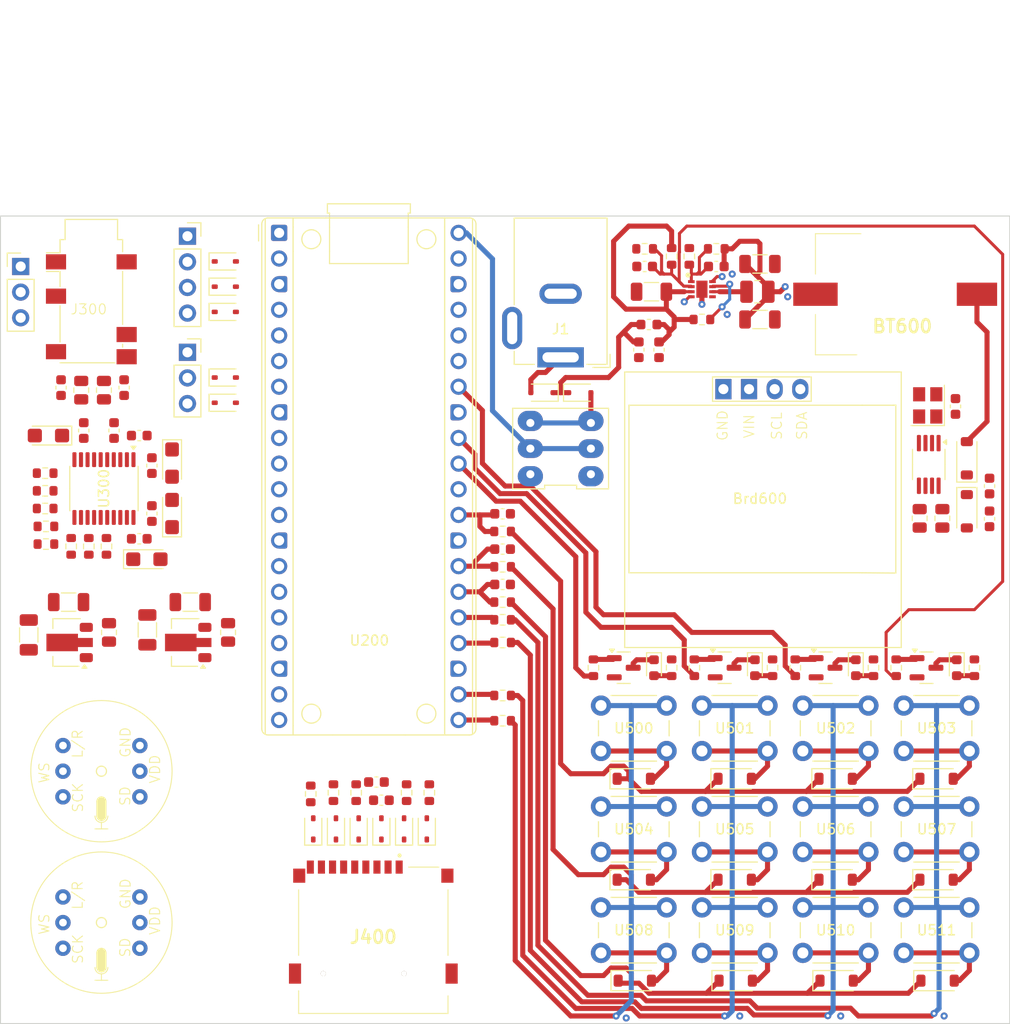
<source format=kicad_pcb>
(kicad_pcb (version 20240108) (generator "pcbnew") (generator_version "8.0")
  (layers (0 "F.Cu" signal) (1 "In1.Cu" power) (2 "In2.Cu" power) (31 "B.Cu" signal) (34 "B.Paste" user) (35 "F.Paste" user) (36 "B.SilkS" user "B.Silkscreen") (37 "F.SilkS" user "F.Silkscreen") (38 "B.Mask" user) (39 "F.Mask" user) (44 "Edge.Cuts" user))
  (net 0 "")
  (net 1 "I2C1_SDA")
  (net 2 "I2S_INMP441_DATA")
  (net 3 "MACRO_PAD_BTN_COL_0")
  (net 4 "GND")
  (net 5 "SPI1_SD_CARD_MISO")
  (net 6 "Net-(U300-CAPM)")
  (net 7 "PCF8563_INT")
  (net 8 "USR_LED_2")
  (net 9 "USR_LED_0")
  (net 10 "Net-(U300-CAPP)")
  (net 11 "Net-(D200-A)")
  (net 12 "SPI1_SD_CARD_CS")
  (net 13 "MACRO_PAD_BTN_ROW_0")
  (net 14 "Net-(D500-K)")
  (net 15 "USR_LED_1")
  (net 16 "MACRO_PAD_BTN_ROW_2")
  (net 17 "I2S_PCM5102_DATA")
  (net 18 "SPI1_SD_CARD_SCK")
  (net 19 "Net-(D500-A)")
  (net 20 "Net-(D501-A)")
  (net 21 "MACRO_PAD_BTN_COL_2")
  (net 22 "UART0_TX")
  (net 23 "MACRO_PAD_BTN_COL_3")
  (net 24 "Net-(D502-A)")
  (net 25 "Net-(D503-A)")
  (net 26 "I2S_INMP441_SCK")
  (net 27 "Net-(D504-K)")
  (net 28 "SPI1_SD_CARD_MOSI")
  (net 29 "UART0_RX")
  (net 30 "I2S_INMP441_SCL")
  (net 31 "SPI1_SD_CARD_CARD_DETECT")
  (net 32 "MACRO_PAD_BTN_ROW_1")
  (net 33 "I2S_PCM5102_SCL")
  (net 34 "Net-(D504-A)")
  (net 35 "MACRO_PAD_BTN_COL_1")
  (net 36 "+RPI_VBUS")
  (net 37 "I2C1_SCL")
  (net 38 "I2S_PCM5102_SCK")
  (net 39 "Net-(D505-A)")
  (net 40 "Net-(D506-A)")
  (net 41 "+3.3V")
  (net 42 "/[6]I2C_Peripherals/VBAT")
  (net 43 "VCC")
  (net 44 "+5V")
  (net 45 "PG_3V3")
  (net 46 "/[1]Power/FB_3V3")
  (net 47 "/[1]Power/+5V_FILT_1")
  (net 48 "+3.3VA_PCM")
  (net 49 "/[3]PCM5102/OUT_R")
  (net 50 "/[3]PCM5102/OUT_L")
  (net 51 "Net-(D507-A)")
  (net 52 "Net-(D508-K)")
  (net 53 "/[3]PCM5102/VNEG")
  (net 54 "/[3]PCM5102/LDO")
  (net 55 "/[6]I2C_Peripherals/OSCI")
  (net 56 "VDC")
  (net 57 "/[1]Power/LED_PWR_K")
  (net 58 "/[1]Power/LED_PWR_A")
  (net 59 "Net-(D508-A)")
  (net 60 "/[6]I2C_Peripherals/PCF_VDD")
  (net 61 "Net-(D509-A)")
  (net 62 "Net-(D510-A)")
  (net 63 "Net-(D511-A)")
  (net 66 "/[3]PCM5102/FLT")
  (net 70 "Net-(Q100-G)")
  (net 71 "Net-(Q500-G)")
  (net 72 "Net-(Q501-G)")
  (net 73 "Net-(Q502-G)")
  (net 74 "Net-(R500-Pad2)")
  (net 75 "Net-(R501-Pad2)")
  (net 76 "/[5]Macro_Pad/USR_LED_0_K")
  (net 77 "/[5]Macro_Pad/USR_LED_0_A")
  (net 78 "/[5]Macro_Pad/USR_LED_1_A")
  (net 79 "/[5]Macro_Pad/USR_LED_1_K")
  (net 80 "/[5]Macro_Pad/USR_LED_2_K")
  (net 81 "/[5]Macro_Pad/USR_LED_2_A")
  (net 82 "Net-(R502-Pad2)")
  (net 83 "Net-(R503-Pad2)")
  (net 88 "/[1]Power/SW_3V3")
  (net 89 "/[1]Power/EN_3V3")
  (net 93 "/[3]PCM5102/OUTR")
  (net 94 "/[3]PCM5102/OUTL")
  (net 95 "/[3]PCM5102/LRCLK")
  (net 96 "/[3]PCM5102/DIN")
  (net 97 "/[3]PCM5102/BCK")
  (net 98 "/[3]PCM5102/SCK")
  (net 100 "/[6]I2C_Peripherals/OSCO")
  (net 102 "/[3]PCM5102/DEMP")
  (net 103 "/[3]PCM5102/XSMT")
  (net 104 "/[3]PCM5102/FMT")
  (net 105 "/[1]Power/+5V_FILT_2")
  (net 106 "+3.3VA_INMP")
  (footprint "Diode_SMD:D_SOD-123" (layer "F.Cu") (at 112.75 115.75)
    (property "Reference" "D504" (hide yes))
    (property "Value" "1N4148" (hide yes))
  )
  (footprint "Package_TO_SOT_SMD:SOT-23" (layer "F.Cu") (at 121.75 94.75)
    (property "Reference" "Q501" (hide yes))
    (property "Value" "T2N7002AK" (hide yes))
  )
  (footprint "Package_TO_SOT_SMD:SOT-23" (layer "F.Cu") (at 111.75 94.75)
    (property "Reference" "Q500" (hide yes))
    (property "Value" "T2N7002AK" (hide yes))
  )
  (footprint "rpi_pico_media_board:SW_DPDT_XLX" (layer "F.Cu") (at 105.5 73.04 90)
    (property "Reference" "SW200" (hide yes))
    (property "Value" "SW_DPDT_XLX" (hide yes))
  )
  (footprint "Resistor_SMD:R_0603_1608Metric" (layer "F.Cu") (at 85.24 107.125 -90)
    (property "Reference" "R402" (hide yes))
    (property "Value" "47kR" (hide yes))
  )
  (footprint "Capacitor_SMD:C_0603_1608Metric" (layer "F.Cu") (at 115.25 63.25 -90)
    (property "Reference" "C101" (hide yes))
    (property "Value" "1uF" (hide yes))
  )
  (footprint "Resistor_SMD:R_0603_1608Metric" (layer "F.Cu") (at 90.24 107.125 -90)
    (property "Reference" "R401" (hide yes))
    (property "Value" "47kR" (hide yes))
  )
  (footprint "Capacitor_SMD:C_0603_1608Metric" (layer "F.Cu") (at 61.25 71.25 90)
    (property "Reference" "C301" (hide yes))
    (property "Value" "2.2uF" (hide yes))
  )
  (footprint "Diode_SMD:D_SOD-323" (layer "F.Cu") (at 72.275 59.5)
    (property "Reference" "D201" (hide yes))
    (property "Value" "PESD3V3L1BA,115" (hide yes))
  )
  (footprint "Diode_SMD:D_SOD-123" (layer "F.Cu") (at 142.75 115.75)
    (property "Reference" "D507" (hide yes))
    (property "Value" "1N4148" (hide yes))
  )
  (footprint "Resistor_SMD:R_0603_1608Metric" (layer "F.Cu") (at 118.25 54 90)
    (property "Reference" "R104" (hide yes))
    (property "Value" "100kR" (hide yes))
  )
  (footprint "Capacitor_SMD:C_0603_1608Metric" (layer "F.Cu") (at 99.75 79.5)
    (property "Reference" "C500" (hide yes))
    (property "Value" "100nF" (hide yes))
  )
  (footprint "Resistor_SMD:R_0603_1608Metric" (layer "F.Cu") (at 120.925 53.25 180)
    (property "Reference" "R103" (hide yes))
    (property "Value" "453kR" (hide yes))
  )
  (footprint "Resistor_SMD:R_0603_1608Metric" (layer "F.Cu") (at 99.75 92.25)
    (property "Reference" "R501" (hide yes))
    (property "Value" "22R" (hide yes))
  )
  (footprint "Diode_SMD:D_SOD-123" (layer "F.Cu") (at 145.75 79.25 -90)
    (property "Reference" "D601" (hide yes))
    (property "Value" "1N4148" (hide yes))
  )
  (footprint "Diode_SMD:D_SOD-323" (layer "F.Cu") (at 83.24 110.715 90)
    (property "Reference" "D401" (hide yes))
    (property "Value" "PESD3V3L1BA,115" (hide yes))
  )
  (footprint "rpi_pico_media_board:SW_PUSH_6mm_H5mm" (layer "F.Cu") (at 139.5 118.5)
    (property "Reference" "U511")
    (property "Value" "SW" (hide yes))
  )
  (footprint "rpi_pico_media_board_power:SON50P200X200X65-9N" (layer "F.Cu") (at 119.5 57.25)
    (property "Reference" "PS100" (hide yes))
    (property "Value" "SY8003ADFC" (hide yes))
  )
  (footprint "rpi_pico_media_board:SW_PUSH_6mm_H5mm" (layer "F.Cu") (at 139.5 98.5)
    (property "Reference" "U503")
    (property "Value" "SW" (hide yes))
  )
  (footprint "Resistor_SMD:R_0603_1608Metric" (layer "F.Cu") (at 138.75 94.75 -90)
    (property "Reference" "R108" (hide yes))
    (property "Value" "12kR" (hide yes))
  )
  (footprint "rpi_pico_media_board:SW_PUSH_6mm_H5mm" (layer "F.Cu") (at 119.5 118.5)
    (property "Reference" "U509")
    (property "Value" "SW" (hide yes))
  )
  (footprint "Resistor_SMD:R_0603_1608Metric" (layer "F.Cu") (at 146.5 94.75 90)
    (property "Reference" "R107" (hide yes))
    (property "Value" "510R" (hide yes))
  )
  (footprint "rpi_pico_media_board:inmp441" (layer "F.Cu") (at 60 120 90)
    (property "Reference" "U203" (hide yes))
    (property "Value" "mems-mic" (hide yes))
  )
  (footprint "Capacitor_SMD:C_1206_3216Metric" (layer "F.Cu") (at 68.8 88.25 180)
    (property "Reference" "C108" (hide yes))
    (property "Value" "22uF" (hide yes))
  )
  (footprint "Diode_SMD:D_SOD-323" (layer "F.Cu") (at 92.24 110.715 90)
    (property "Reference" "D404" (hide yes))
    (property "Value" "PESD3V3L1BA,115" (hide yes))
  )
  (footprint "Connector_PinHeader_2.54mm:PinHeader_1x03_P2.54mm_Vertical" (layer "F.Cu") (at 52 55)
    (property "Reference" "J301" (hide yes))
    (property "Value" "Conn_01x03_Pin" (hide yes))
  )
  (footprint "Capacitor_SMD:C_0603_1608Metric" (layer "F.Cu") (at 120.925 55 180)
    (property "Reference" "C104" (hide yes))
    (property "Value" "22pF" (hide yes))
  )
  (footprint "Resistor_SMD:R_0603_1608Metric" (layer "F.Cu") (at 126.5 94.75 90)
    (property "Reference" "R509" (hide yes))
    (property "Value" "510R" (hide yes))
  )
  (footprint "Capacitor_SMD:C_1206_3216Metric" (layer "F.Cu") (at 125.25 54.75)
    (property "Reference" "C106" (hide yes))
    (property "Value" "22uF" (hide yes))
  )
  (footprint "rpi_pico_media_board:SW_PUSH_6mm_H5mm" (layer "F.Cu") (at 139.5 108.5)
    (property "Reference" "U507")
    (property "Value" "SW" (hide yes))
  )
  (footprint "Resistor_SMD:R_0805_2012Metric" (layer "F.Cu") (at 60.75 91.25 90)
    (property "Reference" "R106" (hide yes))
    (property "Value" "10R" (hide yes))
  )
  (footprint "rpi_pico_media_board:128x64OLED" (layer "F.Cu") (at 125.25 77.75)
    (property "Reference" "Brd600")
    (property "Value" "SSD1306")
  )
  (footprint "Capacitor_SMD:C_0603_1608Metric" (layer "F.Cu") (at 63.75 81.975)
    (property "Reference" "C302" (hide yes))
    (property "Value" "100nF" (hide yes))
  )
  (footprint "Resistor_SMD:R_0603_1608Metric" (layer "F.Cu") (at 116.5 94.75 90)
    (property "Reference" "R507" (hide yes))
    (property "Value" "510R" (hide yes))
  )
  (footprint "Diode_SMD:D_SOD-123" (layer "F.Cu") (at 122.85 125.75)
    (property "Reference" "D509" (hide yes))
    (property "Value" "1N4148" (hide yes))
  )
  (footprint "Resistor_SMD:R_0603_1608Metric" (layer "F.Cu") (at 99.75 97.5)
    (property "Reference" "R502" (hide yes))
    (property "Value" "22R" (hide yes))
  )
  (footprint "Diode_SMD:D_SOD-123" (layer "F.Cu") (at 142.75 105.75)
    (property "Reference" "D503" (hide yes))
    (property "Value" "1N4148" (hide yes))
  )
  (footprint "Resistor_SMD:R_0805_2012Metric" (layer "F.Cu") (at 58 67.25 90)
    (property "Reference" "R308" (hide yes))
    (property "Value" "470R" (hide yes))
  )
  (footprint "Package_SO:MSOP-8_3x3mm_P0.65mm" (layer "F.Cu") (at 141.975 74.6125 -90)
    (property "Reference" "U600" (hide yes))
    (property "Value" "PCF8563TS" (hide yes))
  )
  (footprint "Resistor_SMD:R_0603_1608Metric" (layer "F.Cu") (at 99.75 84.75)
    (property "Reference" "R505" (hide yes))
    (property "Value" "0R" (hide yes))
  )
  (footprint "Capacitor_SMD:C_0603_1608Metric" (layer "F.Cu") (at 65 79.475 90)
    (property "Reference" "C306" (hide yes))
    (property "Value" "100nF" (hide yes))
  )
  (footprint "Diode_SMD:D_SOD-323" (layer "F.Cu") (at 80.99 110.715 90)
    (property "Reference" "D405" (hide yes))
    (property "Value" "PESD3V3L1BA,115" (hide yes))
  )
  (footprint "Inductor_SMD:L_0603_1608Metric" (layer "F.Cu") (at 114.25 60.75)
    (property "Reference" "L100" (hide yes))
    (property "Value" "10nH" (hide yes))
  )
  (footprint "Capacitor_SMD:C_0603_1608Metric" (layer "F.Cu") (at 58.25 71.25 90)
    (property "Reference" "C308" (hide yes))
    (property "Value" "100nF" (hide yes))
  )
  (footprint "Resistor_SMD:R_0805_2012Metric" (layer "F.Cu") (at 143.325 79.95 90)
    (property "Reference" "R601" (hide yes))
    (property "Value" "5k1R" (hide yes))
  )
  (footprint "Capacitor_SMD:C_0603_1608Metric" (layer "F.Cu") (at 63.75 71.75 180)
    (property "Reference" "C300" (hide yes))
    (property "Value" "2.2uF" (hide yes))
  )
  (footprint "Resistor_SMD:R_0603_1608Metric" (layer "F.Cu") (at 119.5 60.25)
    (property "Reference" "R101" (hide yes))
    (property "Value" "12kR" (hide yes))
  )
  (footprint "rpi_pico_media_board:SW_PUSH_6mm_H5mm" (layer "F.Cu") (at 119.5 98.5)
    (property "Reference" "U501")
    (property "Value" "SW" (hide yes))
  )
  (footprint "Capacitor_SMD:C_0603_1608Metric" (layer "F.Cu") (at 148 76.75 90)
    (property "Reference" "C600" (hide yes))
    (property "Value" "10uF" (hide yes))
  )
  (footprint "Package_TO_SOT_SMD:SOT-23" (layer "F.Cu") (at 141.75 94.75)
    (property "Reference" "Q100" (hide yes))
    (property "Value" "T2N7002AK" (hide yes))
  )
  (footprint "Connector_PinSocket_2.54mm:PinSocket_1x04_P2.54mm_Vertical" (layer "F.Cu") (at 68.525 52)
    (property "Reference" "J200" (hide yes))
    (property "Value" "Conn_01x04_Pin" (hide yes))
  )
  (footprint "LED_SMD:LED_0603_1608Metric" (layer "F.Cu") (at 124.75 94.75 -90)
    (property "Reference" "D513" (hide yes))
    (property "Value" "LED" (hide yes))
  )
  (footprint "Capacitor_Tantalum_SMD:CP_EIA-3216-18_Kemet-A" (layer "F.Cu") (at 54.75 71.75 180)
    (property "Reference" "C309" (hide yes))
    (property "Value" "T,10uF" (hide yes))
  )
  (footprint "Resistor_SMD:R_0805_2012Metric" (layer "F.Cu") (at 141.075 79.95 90)
    (property "Reference" "R600" (hide yes))
    (property "Value" "5k1R" (hide yes))
  )
  (footprint "rpi_pico_media_board:SW_PUSH_6mm_H5mm" (layer "F.Cu") (at 129.5 98.5)
    (property "Reference" "U502")
    (property "Value" "SW" (hide yes))
  )
  (footprint "rpi_pico_media_board:SW_PUSH_6mm_H5mm" (layer "F.Cu") (at 109.5 108.5)
    (property "Reference" "U504")
    (property "Value" "SW" (hide yes))
  )
  (footprint "Capacitor_SMD:C_0603_1608Metric" (layer "F.Cu") (at 65 74.725 -90)
    (property "Reference" "C304" (hide yes))
    (property "Value" "100nF" (hide yes))
  )
  (footprint "Diode_SMD:D_SOD-123" (layer "F.Cu") (at 132.85 125.75)
    (property "Reference" "D510" (hide yes))
    (property "Value" "1N4148" (hide yes))
  )
  (footprint "Diode_SMD:D_SOD-323" (layer "F.Cu") (at 85.49 110.715 90)
    (property "Reference" "D403" (hide yes))
    (property "Value" "PESD3V3L1BA,115" (hide yes))
  )
  (footprint "Resistor_SMD:R_0603_1608Metric" (layer "F.Cu") (at 54.5 82.5)
    (property "Reference" "R307" (hide yes))
    (property "Value" "22R" (hide yes))
  )
  (footprint "Diode_SMD:D_SOD-123" (layer "F.Cu") (at 132.75 115.75)
    (property "Reference" "D506" (hide yes))
    (property "Value" "1N4148" (hide yes))
  )
  (footprint "Capacitor_SMD:C_0603_1608Metric" (layer "F.Cu") (at 99.75 86.5)
    (property "Reference" "C502" (hide yes))
    (property "Value" "100nF" (hide yes))
  )
  (footprint "Crystal:Crystal_SMD_3225-4Pin_3.2x2.5mm" (layer "F.Cu") (at 141.875 68.7625 90)
    (property "Reference" "Y600" (hide yes))
    (property "Value" "32768Hz" (hide yes))
  )
  (footprint "Resistor_SMD:R_0603_1608Metric" (layer "F.Cu") (at 54.425 77.225)
    (property "Reference" "R303" (hide yes))
    (property "Value" "22R" (hide yes))
  )
  (footprint "Capacitor_SMD:C_1206_3216Metric" (layer "F.Cu") (at 114.5 57.5 180)
    (property "Reference" "C102" (hide yes))
    (property "Value" "22uF" (hide yes))
  )
  (footprint "Diode_SMD:D_SOD-123" (layer "F.Cu") (at 122.75 115.75)
    (property "Reference" "D505" (hide yes))
    (property "Value" "1N4148" (hide yes))
  )
  (footprint "Diode_SMD:D_SOD-323" (layer "F.Cu") (at 72.275 57)
    (property "Reference" "D202" (hide yes))
    (property "Value" "PESD3V3L1BA,115" (hide yes))
  )
  (footprint "Diode_SMD:D_SOD-123" (layer "F.Cu") (at 112.75 105.75)
    (property "Reference" "D500" (hide yes))
    (property "Value" "1N4148" (hide yes))
  )
  (footprint "Diode_SMD:D_SOD-323" (layer "F.Cu") (at 72.275 66)
    (property "Reference" "D206" (hide yes))
    (property "Value" "PESD3V3L1BA,115" (hide yes))
  )
  (footprint "Resistor_SMD:R_0603_1608Metric" (layer "F.Cu") (at 108.75 94.75 -90)
    (property "Reference" "R508" (hide yes))
    (property "Value" "12kR" (hide yes))
  )
  (footprint "Capacitor_SMD:C_1206_3216Metric" (layer "F.Cu") (at 125.25 60.25)
    (property "Reference" "C105" (hide yes))
    (property "Value" "22uF" (hide yes))
  )
  (footprint "Capacitor_SMD:C_0603_1608Metric" (layer "F.Cu") (at 144.625 68.8625 90)
    (property "Reference" "C602" (hide yes))
    (property "Value" "15pF" (hide yes))
  )
  (footprint "Module_RaspberryPi_Pico:RaspberryPi_Pico_Common_THT" (layer "F.Cu") (at 86.5 75.8)
    (property "Reference" "U200")
    (property "Value" "RaspberryPi_Pico")
  )
  (footprint "Capacitor_SMD:C_0603_1608Metric" (layer "F.Cu") (at 56 67 -90)
    (property "Reference" "C311" (hide yes))
    (property "Value" "2.2nF" (hide yes))
  )
  (footprint "Resistor_SMD:R_0603_1608Metric" (layer "F.Cu") (at 118.75 94.75 -90)
    (property "Reference" "R510" (hide yes))
    (property "Value" "12kR" (hide yes))
  )
  (footprint "Resistor_SMD:R_0603_1608Metric" (layer "F.Cu") (at 54.5 80.75)
    (property "Reference" "R306" (hide yes))
    (property "Value" "22R" (hide yes))
  )
  (footprint "Diode_SMD:D_SOD-123" (layer "F.Cu") (at 145.75 74 90)
    (property "Reference" "D600" (hide yes))
    (property "Value" "1N4148" (hide yes))
  )
  (footprint "Resistor_SMD:R_0603_1608Metric" (layer "F.Cu") (at 58.75 82.725 90)
    (property "Reference" "R301" (hide yes))
    (property "Value" "22R" (hide yes))
  )
  (footprint "rpi_pico_media_board:CR12202" (layer "F.Cu") (at 138.75 57.75 180)
    (property "Reference" "BT600")
    (property "Value" "Battery_Cell" (hide yes))
  )
  (footprint "Diode_SMD:D_SOD-323" (layer "F.Cu") (at 72.275 54.5)
    (property "Reference" "D203" (hide yes))
    (property "Value" "PESD3V3L1BA,115" (hide yes))
  )
  (footprint "rpi_pico_media_board:SW_PUSH_6mm_H5mm" (layer "F.Cu") (at 109.5 118.5)
    (property "Reference" "U508")
    (property "Value" "SW" (hide yes))
  )
  (footprint "Capacitor_SMD:C_0603_1608Metric" (layer "F.Cu") (at 113.25 63.25 -90)
    (property "Reference" "C100" (hide yes))
    (property "Value" "1uF" (hide yes))
  )
  (footprint "Capacitor_SMD:C_0603_1608Metric" (layer "F.Cu") (at 148 80 -90)
    (property "Reference" "C601" (hide yes))
    (property "Value" "100nF" (hide yes))
  )
  (footprint "Resistor_SMD:R_0603_1608Metric" (layer "F.Cu") (at 80.74 107.25 -90)
    (property "Reference" "R404" (hide yes))
    (property "Value" "47kR" (hide yes))
  )
  (footprint "LED_SMD:LED_0603_1608Metric" (layer "F.Cu") (at 144.75 94.75 -90)
    (property "Reference" "D101" (hide yes))
    (property "Value" "LED" (hide yes))
  )
  (footprint "Diode_SMD:D_SOD-323F" (layer "F.Cu") (at 103.65 67.5 180)
    (property "Reference" "D100" (hide yes))
    (property "Value" "PMEG1030EJ,115" (hide yes))
  )
  (footprint "Connector_BarrelJack:BarrelJack_GCT_DCJ200-10-A_Horizontal" (layer "F.Cu") (at 105.5 64 180)
    (property "Reference" "J1")
    (property "Value" "Barrel_Jack_Switch_Pin3Ring" (hide yes))
  )
  (footprint "rpi_pico_media_board:TF01A" (layer "F.Cu") (at 86.94 121.75)
    (property "Reference" "J400")
    (property "Value" "TF-01A" (hide yes))
  )
  (footprint "Resistor_SMD:R_0603_1608Metric" (layer "F.Cu") (at 99.75 90)
    (property "Reference" "R500" (hide yes))
    (property "Value" "22R" (hide yes))
  )
  (footprint "Capacitor_SMD:C_1206_3216Metric" (layer "F.Cu") (at 56.75 88.25 180)
    (property "Reference" "C110" (hide yes))
    (property "Value" "22uF" (hide yes))
  )
  (footprint "Capacitor_SMD:C_1206_3216Metric" (layer "F.Cu") (at 64.55 91 90)
    (property "Reference" "C107" (hide yes))
    (property "Value" "22uF" (hide yes))
  )
  (footprint "Resistor_SMD:R_0805_2012Metric" (layer "F.Cu") (at 72.55 91.25 90)
    (property "Reference" "R105" (hide yes))
    (property "Value" "10R" (hide yes))
  )
  (footprint "Diode_SMD:D_SOD-123" (layer "F.Cu") (at 122.75 105.75)
    (property "Reference" "D501" (hide yes))
    (property "Value" "1N4148" (hide yes))
  )
  (footprint "rpi_pico_media_board:SW_PUSH_6mm_H5mm" (layer "F.Cu") (at 129.5 108.5)
    (property "Reference" "U506")
    (property "Value" "SW" (hide yes))
  )
  (footprint "Resistor_SMD:R_0603_1608Metric" (layer "F.Cu") (at 54.425 78.975)
    (property "Reference" "R304" (hide yes))
    (property "Value" "22R" (hide yes))
  )
  (footprint "Capacitor_Tantalum_SMD:CP_EIA-3216-18_Kemet-A" (layer "F.Cu") (at 67 74.475 -90)
    (property "Reference" "C305" (hide yes))
    (property "Value" "T,10uF" (hide yes))
  )
  (footprint "LED_SMD:LED_0603_1608Metric" (layer "F.Cu") (at 114.75 94.75 -90)
    (property "Reference" "D512" (hide yes))
    (property "Value" "LED" (hide yes))
  )
  (footprint "Resistor_SMD:R_0603_1608Metric" (layer "F.Cu") (at 99.75 81.25)
    (property "Reference" "R504" (hide yes))
    (property "Value" "0R" (hide yes))
  )
  (footprint "Capacitor_SMD:C_0603_1608Metric" (layer "F.Cu") (at 62.25 67 -90)
    (property "Reference" "C310" (hide yes))
    (property "Value" "2.2nF" (hide yes))
  )
  (footprint "Resistor_SMD:R_0805_2012Metric" (layer "F.Cu") (at 60.25 67.25 90)
    (property "Reference" "R309" (hide yes))
    (property "Value" "470R" (hide yes))
  )
  (footprint "rpi_pico_media_board:SW_PUSH_6mm_H5mm" (layer "F.Cu") (at 109.5 98.5)
    (property "Reference" "U500")
    (property "Value" "SW" (hide yes))
  )
  (footprint "Resistor_SMD:R_0603_1608Metric" (layer "F.Cu") (at 99.75 88.25)
    (property "Reference" "R506" (hide yes))
    (property "Value" "0R" (hide yes))
  )
  (footprint "Resistor_SMD:R_0603_1608Metric" (layer "F.Cu") (at 128.75 94.75 -90)
    (property "Reference" "R512" (hide yes))
    (property "Value" "12kR" (hide yes))
  )
  (footprint "Capacitor_SMD:C_0603_1608Metric" (layer "F.Cu") (at 87.74 107.875)
    (property "Reference" "C401" (hide yes))
    (property "Value" "100nF" (hide yes))
  )
  (footprint "Diode_SMD:D_SOD-323" (layer "F.Cu") (at 89.99 110.715 90)
    (property "Reference" "D402" (hide yes))
    (property "Value" "PESD3V3L1BA,115" (hide yes))
  )
  (footprint "Resistor_SMD:R_0603_1608Metric" (layer "F.Cu") (at 113.825 53.25 180)
    (property "Reference" "R102" (hide yes))
    (property "Value" "100kR" (hide yes))
  )
  (footprint "Package_TO_SOT_SMD:SOT-89-3" (layer "F.Cu") (at 68.3 92.25 180)
    (property "Reference" "U100" (hide yes))
    (property "Value" "HT7533-1" (hide yes))
  )
  (footprint "Diode_SMD:D_SOD-123" (layer "F.Cu") (at 142.85 125.75)
    (property "Reference" "D511" (hide yes))
    (property "Value" "1N4148" (hide yes))
  )
  (footprint "Resistor_SMD:R_0603_1608Metric" (layer "F.Cu") (at 92.49 107.125 -90)
    (property "Reference" "R403" (hide yes))
    (property "Value" "47kR" (hide yes))
  )
  (footprint "Diode_SMD:D_SOD-323F" (layer "F.Cu") (at 107.4 67.5)
    (property "Reference" "D200" (hide yes))
    (property "Value" "PMEG1030EJ,115" (hide yes))
  )
  (footprint "Resistor_SMD:R_0603_1608Metric" (layer "F.Cu") (at 82.99 107.125 -90)
    (property "Reference" "R400" (hide yes))
    (property "Value" "47kR" (hide yes))
  )
  (footprint "rpi_pico_media_board:AudioJack_3.5mm_PJ311" (layer "F.Cu") (at 59 54.25)
    (property "Reference" "J300")
    (property "Value" "AudioJack3_Ground_SwitchTR" (hide yes))
  )
  (footprint "Diode_SMD:D_SOD-123" (layer "F.Cu") (at 112.85 125.75)
    (property "Reference" "D508" (hide yes))
    (property "Value" "1N4148" (hide yes))
  )
  (footprint "Capacitor_SMD:C_0603_1608Metric" (layer "F.Cu") (at 99.75 83)
    (property "Reference" "C501" (hide yes))
    (property "Value" "100nF" (hide yes))
  )
  (footprint "Capacitor_SMD:C_1206_3216Metric" (layer "F.Cu") (at 52.8 91.5 90)
    (property "Reference" "C109" (hide yes))
    (property "Value" "22uF" (hide yes))
  )
  (footprint "LED_SMD:LED_0603_1608Metric" (layer "F.Cu") (at 134.75 94.75 -90)
    (property "Reference" "D514" (hide yes))
    (property "Value" "LED" (hide yes))
  )
  (footprint "Diode_SMD:D_SOD-323" (layer "F.Cu") (at 72.275 68.5)
    (property "Reference" "D205" (hide yes))
    (property "Value" "PESD3V3L1BA,115" (hide yes))
  )
  (footprint "rpi_pico_media_board:inmp441" (layer "F.Cu") (at 60 105 90)
    (property "Reference" "U202" (hide yes))
    (property "Value" "mems-mic" (hide yes))
  )
  (footprint "Capacitor_Tantalum_SMD:CP_EIA-3216-18_Kemet-A" (layer "F.Cu") (at 67 79.475 90)
    (property "Reference" "C307" (hide yes))
    (property "Value" "T,10uF" (hide yes))
  )
  (footprint "Diode_SMD:D_SOD-123" (layer "F.Cu") (at 132.75 105.75)
    (property "Reference" "D502" (hide yes))
    (property "Value" "1N4148" (hide yes))
  )
  (footprint "Resistor_SMD:R_0603_1608Metric" (layer "F.Cu") (at 136.5 94.75 90)
    (property "Reference" "R511" (hide yes))
    (property "Value" "510R" (hide yes))
  )
  (footprint "Resistor_SMD:R_0603_1608Metric" (layer "F.Cu") (at 54.425 75.475)
    (property "Reference" "R305" (hide yes))
    (property "Value" "22R" (hide yes))
  )
  (footprint "Capacitor_SMD:C_0603_1608Metric" (layer "F.Cu") (at 87.25 106.075)
    (property "Reference" "C400" (hide yes))
    (property "Value" "10uF" (hide yes))
  )
  (footprint "Inductor_SMD:L_1008_2520Metric" (layer "F.Cu") (at 125 57.5)
    (property "Reference" "L101" (hide yes))
    (property "Value" "2u2H" (hide yes))
  )
  (footprint "rpi_pico_media_board:SW_PUSH_6mm_H5mm" (layer "F.Cu") (at 129.5 118.5)
    (property "Reference" "U510")
    (property "Value" "SW" (hide yes))
  )
  (footprint "rpi_pico_media_board:SW_PUSH_6mm_H5mm" (layer "F.Cu") (at 119.5 108.5)
    (property "Reference" "U505")
    (property "Value" "SW" (hide yes))
  )
  (footprint "Resistor_SMD:R_0603_1608Metric" (layer "F.Cu") (at 116.5 54 90)
    (property "Reference" "R100" (hide yes))
    (property "Value" "12kR" (hide yes))
  )
  (footprint "Resistor_SMD:R_0603_1608Metric" (layer "F.Cu") (at 60.5 82.725 90)
    (property "Reference" "R300" (hide yes))
    (property "Value" "22R" (hide yes))
  )
  (footprint "Capacitor_SMD:C_0603_1608Metric" (layer "F.Cu") (at 113.825 55 180)
    (property "Reference" "C103" (hide yes))
    (property "Value" "4u7F" (hide yes))
  )
  (footprint "Resistor_SMD:R_0603_1608Metric" (layer "F.Cu") (at 99.75 100)
    (property "Reference" "R503" (hide yes))
    (property "Value" "22R" (hide yes))
  )
  (footprint "Package_TO_SOT_SMD:SOT-89-3" (layer "F.Cu") (at 56.55 92.25 180)
    (property "Reference" "U101" (hide yes))
    (property "Value" "HT7533-1" (hide yes))
  )
  (footprint "Capacitor_Tantalum_SMD:CP_EIA-3216-18_Kemet-A" (layer "F.Cu") (at 64.5 84)
    (property "Reference" "C303" (hide yes))
    (property "Value" "T,10uF" (hide yes))
  )
  (footprint "Resistor_SMD:R_0603_1608Metric" (layer "F.Cu") (at 57 82.725 90)
    (property "Reference" "R302" (hide yes))
    (property "Value" "22R" (hide yes))
  )
  (footprint "Package_SO:TSSOP-20_4.4x6.5mm_P0.65mm" (layer "F.Cu") (at 60.25 77 -90)
    (property "Reference" "U300")
    (property "Value" "PCM5102A" (hide yes))
  )
  (footprint "Connector_PinSocket_2.54mm:PinSocket_1x03_P2.54mm_Vertical" (layer "F.Cu") (at 68.525 63.5)
    (property "Reference" "J201" (hide yes))
    (property "Value" "Conn_01x03" (hide yes))
  )
  (footprint "Diode_SMD:D_SOD-323" (layer "F.Cu") (at 87.74 110.715 90)
    (property "Reference" "D400" (hide yes))
    (property "Value" "PESD3V3L1BA,115" (hide yes))
  )
  (footprint "Package_TO_SOT_SMD:SOT-23" (layer "F.Cu") (at 131.75 94.75)
    (property "Reference" "Q502" (hide yes))
    (property "Value" "T2N7002AK" (hide yes))
  )
  (gr_rect (start 50 50) (end 150 130) (stroke (width 0.1)) (fill none) (layer "Edge.Cuts"))
  (segment (start 95.39 99.93) (end 98.855 99.93) (width 0.5) (layer "F.Cu") (net 3))
  (segment (start 98.855 99.93) (end 98.925 100) (width 0.5) (layer "F.Cu") (net 3))
  (segment (start 121 56) (end 121.5 56) (width 0.3) (layer "F.Cu") (net 4))
  (segment (start 118.45 58) (end 118.25 58) (width 0.3) (layer "F.Cu") (net 4))
  (segment (start 120.55 56.45) (end 121 56) (width 0.3) (layer "F.Cu") (net 4))
  (segment (start 118.25 58) (end 117.75 58.5) (width 0.3) (layer "F.Cu") (net 4))
  (segment (start 120.55 56.5) (end 120.55 56.45) (width 0.3) (layer "F.Cu") (net 4))
  (segment (start 119.5 57.25) (end 119.5 58.75) (width 0.5) (layer "F.Cu") (net 4))
  (via (at 128 58) (size 0.7) (drill 0.3) (layers "F.Cu" "B.Cu") (net 4))
  (via (at 121.5 56) (size 0.7) (drill 0.3) (layers "F.Cu" "B.Cu") (net 4))
  (via (at 143.5 129.25) (size 0.7) (drill 0.3) (layers "F.Cu" "B.Cu") (net 4))
  (via (at 123.25 129.25) (size 0.7) (drill 0.3) (layers "F.Cu" "B.Cu") (net 4))
  (via (at 122 59.75) (size 0.7) (drill 0.3) (layers "F.Cu" "B.Cu") (net 4))
  (via (at 122.5 55.75) (size 0.7) (drill 0.3) (layers "F.Cu" "B.Cu") (net 4))
  (via (at 133.25 129.25) (size 0.7) (drill 0.3) (layers "F.Cu" "B.Cu") (net 4))
  (via (at 112 129.45) (size 0.7) (drill 0.3) (layers "F.Cu" "B.Cu") (net 4))
  (via (at 119.5 58.75) (size 0.7) (drill 0.3) (layers "F.Cu" "B.Cu") (net 4))
  (via (at 117.75 58.5) (size 0.7) (drill 0.3) (layers "F.Cu" "B.Cu") (net 4))
  (segment (start 127.75 92.5) (end 127.75 94.575) (width 0.5) (layer "F.Cu") (net 8))
  (segment (start 102.5 76.75) (end 109 83.25) (width 0.5) (layer "F.Cu") (net 8))
  (segment (start 100 76.75) (end 102.5 76.75) (width 0.5) (layer "F.Cu") (net 8))
  (segment (start 95.39 66.91) (end 97.75 69.27) (width 0.5) (layer "F.Cu") (net 8))
  (segment (start 109.75 89.5) (end 116.75 89.5) (width 0.5) (layer "F.Cu") (net 8))
  (segment (start 97.75 74.5) (end 100 76.75) (width 0.5) (layer "F.Cu") (net 8))
  (segment (start 127.75 94.575) (end 128.75 95.575) (width 0.5) (layer "F.Cu") (net 8))
  (segment (start 109 88.75) (end 109.75 89.5) (width 0.5) (layer "F.Cu") (net 8))
  (segment (start 116.75 89.5) (end 118.5 91.25) (width 0.5) (layer "F.Cu") (net 8))
  (segment (start 97.75 69.27) (end 97.75 74.5) (width 0.5) (layer "F.Cu") (net 8))
  (segment (start 109 83.25) (end 109 88.75) (width 0.5) (layer "F.Cu") (net 8))
  (segment (start 118.5 91.25) (end 126.5 91.25) (width 0.5) (layer "F.Cu") (net 8))
  (segment (start 126.5 91.25) (end 127.75 92.5) (width 0.5) (layer "F.Cu") (net 8))
  (segment (start 107.825 95.575) (end 108.75 95.575) (width 0.5) (layer "F.Cu") (net 9))
  (segment (start 95.39 74.53) (end 99.11 78.25) (width 0.5) (layer "F.Cu") (net 9))
  (segment (start 101.5 78.25) (end 107 83.75) (width 0.5) (layer "F.Cu") (net 9))
  (segment (start 107 83.75) (end 107 94.75) (width 0.5) (layer "F.Cu") (net 9))
  (segment (start 99.11 78.25) (end 101.5 78.25) (width 0.5) (layer "F.Cu") (net 9))
  (segment (start 107 94.75) (end 107.825 95.575) (width 0.5) (layer "F.Cu") (net 9))
  (segment (start 108.5 70.5) (end 108.5 67.5) (width 0.5) (layer "F.Cu") (net 11))
  (segment (start 102.5 70.5) (end 108.5 70.5) (width 0.5) (layer "B.Cu") (net 11))
  (segment (start 98 81.25) (end 98.925 81.25) (width 0.5) (layer "F.Cu") (net 13))
  (segment (start 97.5 80.75) (end 98 81.25) (width 0.5) (layer "F.Cu") (net 13))
  (segment (start 97.5 79.61) (end 98.865 79.61) (width 0.5) (layer "F.Cu") (net 13))
  (segment (start 95.39 79.61) (end 97.5 79.61) (width 0.5) (layer "F.Cu") (net 13))
  (segment (start 97.5 79.61) (end 97.5 80.75) (width 0.5) (layer "F.Cu") (net 13))
  (segment (start 98.865 79.61) (end 98.975 79.5) (width 0.5) (layer "F.Cu") (net 13))
  (segment (start 113.5 107) (end 119.85 107) (width 0.5) (layer "F.Cu") (net 14))
  (segment (start 106.5 105.25) (end 109.75 105.25) (width 0.5) (layer "F.Cu") (net 14))
  (segment (start 111.75 104.5) (end 112.25 105) (width 0.5) (layer "F.Cu") (net 14))
  (segment (start 105.5 86.175) (end 105.5 104.25) (width 0.5) (layer "F.Cu") (net 14))
  (segment (start 100.575 81.25) (end 105.5 86.175) (width 0.5) (layer "F.Cu") (net 14))
  (segment (start 110.5 104.5) (end 111.75 104.5) (width 0.5) (layer "F.Cu") (net 14))
  (segment (start 105.5 104.25) (end 106.5 105.25) (width 0.5) (layer "F.Cu") (net 14))
  (segment (start 111.1 105.75) (end 112.25 105.75) (width 0.5) (layer "F.Cu") (net 14))
  (segment (start 119.85 107) (end 129.85 107) (width 0.5) (layer "F.Cu") (net 14))
  (segment (start 119.85 107) (end 121.1 105.75) (width 0.5) (layer "F.Cu") (net 14))
  (segment (start 111.1 105.75) (end 111.1 105.85) (width 0.5) (layer "F.Cu") (net 14))
  (segment (start 109.75 105.25) (end 110.5 104.5) (width 0.5) (layer "F.Cu") (net 14))
  (segment (start 112.25 105.75) (end 113.5 107) (width 0.5) (layer "F.Cu") (net 14))
  (segment (start 139.85 107) (end 141.1 105.75) (width 0.5) (layer "F.Cu") (net 14))
  (segment (start 129.85 107) (end 139.85 107) (width 0.5) (layer "F.Cu") (net 14))
  (segment (start 112.25 105) (end 112.25 105.75) (width 0.5) (layer "F.Cu") (net 14))
  (segment (start 129.85 107) (end 131.1 105.75) (width 0.5) (layer "F.Cu") (net 14))
  (segment (start 108 83.375) (end 108 89.25) (width 0.5) (layer "F.Cu") (net 15))
  (segment (start 102.125 77.5) (end 108 83.375) (width 0.5) (layer "F.Cu") (net 15))
  (segment (start 109.5 90.75) (end 116.5 90.75) (width 0.5) (layer "F.Cu") (net 15))
  (segment (start 99.5 77.5) (end 102.125 77.5) (width 0.5) (layer "F.Cu") (net 15))
  (segment (start 117.75 94.575) (end 118.75 95.575) (width 0.5) (layer "F.Cu") (net 15))
  (segment (start 117.75 92) (end 117.75 94.575) (width 0.5) (layer "F.Cu") (net 15))
  (segment (start 97 75) (end 99.5 77.5) (width 0.5) (layer "F.Cu") (net 15))
  (segment (start 116.5 90.75) (end 117.75 92) (width 0.5) (layer "F.Cu") (net 15))
  (segment (start 108 89.25) (end 109.5 90.75) (width 0.5) (layer "F.Cu") (net 15))
  (segment (start 95.39 71.99) (end 97 73.6) (width 0.5) (layer "F.Cu") (net 15))
  (segment (start 97 73.6) (end 97 75) (width 0.5) (layer "F.Cu") (net 15))
  (segment (start 97.52 87.23) (end 98.25 86.5) (width 0.5) (layer "F.Cu") (net 16))
  (segment (start 98.5 88.25) (end 98.925 88.25) (width 0.5) (layer "F.Cu") (net 16))
  (segment (start 98.25 86.5) (end 98.975 86.5) (width 0.5) (layer "F.Cu") (net 16))
  (segment (start 95.39 87.23) (end 97.52 87.23) (width 0.5) (layer "F.Cu") (net 16))
  (segment (start 97.52 87.27) (end 98.5 88.25) (width 0.5) (layer "F.Cu") (net 16))
  (segment (start 97.52 87.23) (end 97.52 87.27) (width 0.5) (layer "F.Cu") (net 16))
  (segment (start 109.5 103) (end 116 103) (width 0.5) (layer "F.Cu") (net 19))
  (segment (start 114.75 105.75) (end 116 104.5) (width 0.5) (layer "F.Cu") (net 19))
  (segment (start 116 104.5) (end 116 103) (width 0.5) (layer "F.Cu") (net 19))
  (segment (start 114.4 105.75) (end 114.75 105.75) (width 0.5) (layer "F.Cu") (net 19))
  (segment (start 124.4 105.75) (end 124.75 105.75) (width 0.5) (layer "F.Cu") (net 20))
  (segment (start 124.75 105.75) (end 126 104.5) (width 0.5) (layer "F.Cu") (net 20))
  (segment (start 119.5 103) (end 126 103) (width 0.5) (layer "F.Cu") (net 20))
  (segment (start 126 104.5) (end 126 103) (width 0.5) (layer "F.Cu") (net 20))
  (segment (start 95.39 92.31) (end 98.865 92.31) (width 0.5) (layer "F.Cu") (net 21))
  (segment (start 98.865 92.31) (end 98.925 92.25) (width 0.5) (layer "F.Cu") (net 21))
  (segment (start 95.39 89.77) (end 98.695 89.77) (width 0.5) (layer "F.Cu") (net 23))
  (segment (start 98.695 89.77) (end 98.925 90) (width 0.5) (layer "F.Cu") (net 23))
  (segment (start 129.5 103) (end 136 103) (width 0.5) (layer "F.Cu") (net 24))
  (segment (start 136 104.5) (end 136 103) (width 0.5) (layer "F.Cu") (net 24))
  (segment (start 134.4 105.75) (end 134.75 105.75) (width 0.5) (layer "F.Cu") (net 24))
  (segment (start 134.75 105.75) (end 136 104.5) (width 0.5) (layer "F.Cu") (net 24))
  (segment (start 144.4 105.75) (end 144.75 105.75) (width 0.5) (layer "F.Cu") (net 25))
  (segment (start 146 104.5) (end 146 103) (width 0.5) (layer "F.Cu") (net 25))
  (segment (start 139.5 103) (end 146 103) (width 0.5) (layer "F.Cu") (net 25))
  (segment (start 144.75 105.75) (end 146 104.5) (width 0.5) (layer "F.Cu") (net 25))
  (segment (start 109.75 115.25) (end 110.5 114.5) (width 0.5) (layer "F.Cu") (net 27))
  (segment (start 107.25 115.25) (end 109.75 115.25) (width 0.5) (layer "F.Cu") (net 27))
  (segment (start 110.5 114.5) (end 111.75 114.5) (width 0.5) (layer "F.Cu") (net 27))
  (segment (start 139.85 117) (end 141.1 115.75) (width 0.5) (layer "F.Cu") (net 27))
  (segment (start 100.575 84.75) (end 104.75 88.925) (width 0.5) (layer "F.Cu") (net 27))
  (segment (start 112.5 115.25) (end 112.5 116.25) (width 0.5) (layer "F.Cu") (net 27))
  (segment (start 104.75 112.75) (end 107.25 115.25) (width 0.5) (layer "F.Cu") (net 27))
  (segment (start 111.1 115.75) (end 112 115.75) (width 0.5) (layer "F.Cu") (net 27))
  (segment (start 112.5 116.25) (end 113.25 117) (width 0.5) (layer "F.Cu") (net 27))
  (segment (start 104.75 88.925) (end 104.75 112.75) (width 0.5) (layer "F.Cu") (net 27))
  (segment (start 119.85 117) (end 129.85 117) (width 0.5) (layer "F.Cu") (net 27))
  (segment (start 129.85 117) (end 131.1 115.75) (width 0.5) (layer "F.Cu") (net 27))
  (segment (start 111.75 114.5) (end 112.5 115.25) (width 0.5) (layer "F.Cu") (net 27))
  (segment (start 112 115.75) (end 112.5 116.25) (width 0.5) (layer "F.Cu") (net 27))
  (segment (start 119.85 117) (end 121.1 115.75) (width 0.5) (layer "F.Cu") (net 27))
  (segment (start 129.85 117) (end 139.85 117) (width 0.5) (layer "F.Cu") (net 27))
  (segment (start 113.25 117) (end 119.85 117) (width 0.5) (layer "F.Cu") (net 27))
  (segment (start 98.25 83) (end 98.975 83) (width 0.5) (layer "F.Cu") (net 32))
  (segment (start 98.865 84.69) (end 98.925 84.75) (width 0.5) (layer "F.Cu") (net 32))
  (segment (start 97 84.25) (end 98.25 83) (width 0.5) (layer "F.Cu") (net 32))
  (segment (start 95.39 84.69) (end 97 84.69) (width 0.5) (layer "F.Cu") (net 32))
  (segment (start 97 84.69) (end 97 84.25) (width 0.5) (layer "F.Cu") (net 32))
  (segment (start 97 84.69) (end 98.865 84.69) (width 0.5) (layer "F.Cu") (net 32))
  (segment (start 115 115.75) (end 116 114.75) (width 0.5) (layer "F.Cu") (net 34))
  (segment (start 114.4 115.75) (end 115 115.75) (width 0.5) (layer "F.Cu") (net 34))
  (segment (start 116 114.75) (end 116 113) (width 0.5) (layer "F.Cu") (net 34))
  (segment (start 109.5 113) (end 116 113) (width 0.5) (layer "F.Cu") (net 34))
  (segment (start 98.815 97.39) (end 98.925 97.5) (width 0.5) (layer "F.Cu") (net 35))
  (segment (start 95.39 97.39) (end 98.815 97.39) (width 0.5) (layer "F.Cu") (net 35))
  (segment (start 95.39 51.67) (end 96.17 51.67) (width 0.5) (layer "B.Cu") (net 36))
  (segment (start 98.75 69.29) (end 102.5 73.04) (width 0.5) (layer "B.Cu") (net 36))
  (segment (start 98.75 54.25) (end 98.75 69.29) (width 0.5) (layer "B.Cu") (net 36))
  (segment (start 96.17 51.67) (end 98.75 54.25) (width 0.5) (layer "B.Cu") (net 36))
  (segment (start 102.5 73.04) (end 108.5 73.04) (width 0.5) (layer "B.Cu") (net 36))
  (segment (start 126 114.75) (end 126 113) (width 0.5) (layer "F.Cu") (net 39))
  (segment (start 125 115.75) (end 126 114.75) (width 0.5) (layer "F.Cu") (net 39))
  (segment (start 124.4 115.75) (end 125 115.75) (width 0.5) (layer "F.Cu") (net 39))
  (segment (start 119.5 113) (end 126 113) (width 0.5) (layer "F.Cu") (net 39))
  (segment (start 129.5 113) (end 136 113) (width 0.5) (layer "F.Cu") (net 40))
  (segment (start 134.4 115.75) (end 135 115.75) (width 0.5) (layer "F.Cu") (net 40))
  (segment (start 136 114.75) (end 136 113) (width 0.5) (layer "F.Cu") (net 40))
  (segment (start 135 115.75) (end 136 114.75) (width 0.5) (layer "F.Cu") (net 40))
  (segment (start 126.075 57.95) (end 126.075 57.5) (width 0.5) (layer "F.Cu") (net 41))
  (segment (start 122.5 53.25) (end 121.75 53.25) (width 0.5) (layer "F.Cu") (net 41))
  (segment (start 123.775 60.25) (end 126.075 57.95) (width 0.5) (layer "F.Cu") (net 41))
  (segment (start 121.7 55) (end 121.7 53.3) (width 0.5) (layer "F.Cu") (net 41))
  (segment (start 125.25 55.5) (end 125.25 52.75) (width 0.5) (layer "F.Cu") (net 41))
  (segment (start 124.8875 55.8625) (end 125.25 55.5) (width 0.5) (layer "F.Cu") (net 41))
  (segment (start 123.25 52.5) (end 122.5 53.25) (width 0.5) (layer "F.Cu") (net 41))
  (segment (start 126.075 57.05) (end 126.075 57.5) (width 0.5) (layer "F.Cu") (net 41))
  (segment (start 123.775 54.75) (end 124.8875 55.8625) (width 0.5) (layer "F.Cu") (net 41))
  (segment (start 127.25 57.5) (end 127.75 57) (width 0.5) (layer "F.Cu") (net 41))
  (segment (start 126.075 57.5) (end 127.25 57.5) (width 0.5) (layer "F.Cu") (net 41))
  (segment (start 125 52.5) (end 123.25 52.5) (width 0.5) (layer "F.Cu") (net 41))
  (segment (start 124.8875 55.8625) (end 126.075 57.05) (width 0.5) (layer "F.Cu") (net 41))
  (segment (start 125.25 52.75) (end 125 52.5) (width 0.5) (layer "F.Cu") (net 41))
  (segment (start 121.7 53.3) (end 121.75 53.25) (width 0.5) (layer "F.Cu") (net 41))
  (via (at 127.75 57) (size 0.7) (drill 0.3) (layers "F.Cu" "B.Cu") (net 41))
  (segment (start 147.75 61.5) (end 147.75 70.35) (width 0.5) (layer "F.Cu") (net 42))
  (segment (start 146.75 60.5) (end 147.75 61.5) (width 0.5) (layer "F.Cu") (net 42))
  (segment (start 147 57.75) (end 146.75 58) (width 0.5) (layer "F.Cu") (net 42))
  (segment (start 147.75 70.35) (end 145.75 72.35) (width 0.5) (layer "F.Cu") (net 42))
  (segment (start 146.75 58) (end 146.75 60.5) (width 0.5) (layer "F.Cu") (net 42))
  (segment (start 112.725 62.475) (end 113.25 62.475) (width 0.5) (layer "F.Cu") (net 43))
  (segment (start 111.875 61.375) (end 111.875 61.625) (width 0.5) (layer "F.Cu") (net 43))
  (segment (start 110.25 66) (end 111.25 65) (width 0.5) (layer "F.Cu") (net 43))
  (segment (start 111.875 61.625) (end 112.725 62.475) (width 0.5) (layer "F.Cu") (net 43))
  (segment (start 106 66) (end 110.25 66) (width 0.5) (layer "F.Cu") (net 43))
  (segment (start 111.25 62) (end 111.875 61.375) (width 0.5) (layer "F.Cu") (net 43))
  (segment (start 105.5 66.5) (end 106 66) (width 0.5) (layer "F.Cu") (net 43))
  (segment (start 105.5 67.5) (end 105.5 66.5) (width 0.5) (layer "F.Cu") (net 43))
  (segment (start 105.5 67.5) (end 104.75 67.5) (width 0.5) (layer "F.Cu") (net 43))
  (segment (start 111.25 65) (end 111.25 62) (width 0.5) (layer "F.Cu") (net 43))
  (segment (start 111.875 61.375) (end 112.5 60.75) (width 0.5) (layer "F.Cu") (net 43))
  (segment (start 106.3 67.5) (end 105.5 67.5) (width 0.5) (layer "F.Cu") (net 43))
  (segment (start 112.5 60.75) (end 113.4625 60.75) (width 0.5) (layer "F.Cu") (net 43))
  (segment (start 115.75 60.75) (end 116.25 61.25) (width 0.5) (layer "F.Cu") (net 44))
  (segment (start 116.25 61.5) (end 116.75 61) (width 0.5) (layer "F.Cu") (net 44))
  (segment (start 115.0375 60.75) (end 115.75 60.75) (width 0.5) (layer "F.Cu") (net 44))
  (segment (start 116.75 60.25) (end 118.675 60.25) (width 0.5) (layer "F.Cu") (net 44))
  (segment (start 116.75 61) (end 116.75 60.25) (width 0.5) (layer "F.Cu") (net 44))
  (segment (start 115.525 62.475) (end 115.25 62.475) (width 0.5) (layer "F.Cu") (net 44))
  (segment (start 118.45 57.5) (end 117.75 57.5) (width 0.3) (layer "F.Cu") (net 44))
  (segment (start 110.75 52.5) (end 112.25 51) (width 0.5) (layer "F.Cu") (net 44))
  (segment (start 116.25 61.5) (end 116.25 61.75) (width 0.5) (layer "F.Cu") (net 44))
  (segment (start 116 51) (end 116.5 51.5) (width 0.5) (layer "F.Cu") (net 44))
  (segment (start 116.75 60) (end 115.975 59.225) (width 0.5) (layer "F.Cu") (net 44))
  (segment (start 112.25 51) (end 116 51) (width 0.5) (layer "F.Cu") (net 44))
  (segment (start 116.5 51.5) (end 116.5 53.175) (width 0.5) (layer "F.Cu") (net 44))
  (segment (start 116.25 61.75) (end 115.525 62.475) (width 0.5) (layer "F.Cu") (net 44))
  (segment (start 116.75 60.25) (end 116.75 60) (width 0.5) (layer "F.Cu") (net 44))
  (segment (start 111.975 59.225) (end 110.75 58) (width 0.5) (layer "F.Cu") (net 44))
  (segment (start 110.75 58) (end 110.75 52.5) (width 0.5) (layer "F.Cu") (net 44))
  (segment (start 115.975 59.225) (end 115.975 57.5) (width 0.5) (layer "F.Cu") (net 44))
  (segment (start 116.25 61.25) (end 116.25 61.5) (width 0.5) (layer "F.Cu") (net 44))
  (segment (start 115.975 59.225) (end 111.975 59.225) (width 0.5) (layer "F.Cu") (net 44))
  (segment (start 115.975 57.5) (end 117.75 57.5) (width 0.5) (layer "F.Cu") (net 44))
  (segment (start 137.75 95) (end 138.325 95.575) (width 0.3) (layer "F.Cu") (net 45))
  (segment (start 149.3 86.2) (end 146.5 89) (width 0.3) (layer "F.Cu") (net 45))
  (segment (start 118.45 57) (end 118.4 56.95) (width 0.3) (layer "F.Cu") (net 45))
  (segment (start 115.75 55.75) (end 115.35 55.75) (width 0.3) (layer "F.Cu") (net 45))
  (segment (start 117.5 56.75) (end 117.25 56.5) (width 0.3) (layer "F.Cu") (net 45))
  (segment (start 138.325 95.575) (end 138.75 95.575) (width 0.3) (layer "F.Cu") (net 45))
  (segment (start 117.7 56.95) (end 117.5 56.75) (width 0.3) (layer "F.Cu") (net 45))
  (segment (start 115.75 55.75) (end 115.5 55.5) (width 0.3) (layer "F.Cu") (net 45))
  (segment (start 117.25 56.5) (end 117.25 53.612648) (width 0.3) (layer "F.Cu") (net 45))
  (segment (start 115.35 55.75) (end 114.775 55.175) (width 0.3) (layer "F.Cu") (net 45))
  (segment (start 117.5 56.75) (end 116.5 55.75) (width 0.3) (layer "F.Cu") (net 45))
  (segment (start 118.4 56.95) (end 117.7 56.95) (width 0.3) (layer "F.Cu") (net 45))
  (segment (start 117.275 53.587648) (end 117.275 51.725) (width 0.3) (layer "F.Cu") (net 45))
  (segment (start 146.5 51) (end 149.3 53.8) (width 0.3) (layer "F.Cu") (net 45))
  (segment (start 140 89) (end 137.75 91.25) (width 0.3) (layer "F.Cu") (net 45))
  (segment (start 137.75 91.25) (end 137.75 95) (width 0.3) (layer "F.Cu") (net 45))
  (segment (start 114.775 55.175) (end 114.775 55) (width 0.3) (layer "F.Cu") (net 45))
  (segment (start 117.25 53.612648) (end 117.275 53.587648) (width 0.3) (layer "F.Cu") (net 45))
  (segment (start 117.275 51.725) (end 118 51) (width 0.3) (layer "F.Cu") (net 45))
  (segment (start 146.5 89) (end 140 89) (width 0.3) (layer "F.Cu") (net 45))
  (segment (start 116.5 55.75) (end 115.75 55.75) (width 0.3) (layer "F.Cu") (net 45))
  (segment (start 115.5 55.5) (end 115.5 53.925) (width 0.3) (layer "F.Cu") (net 45))
  (segment (start 115.5 53.925) (end 114.825 53.25) (width 0.3) (layer "F.Cu") (net 45))
  (segment (start 149.3 53.8) (end 149.3 86.2) (width 0.3) (layer "F.Cu") (net 45))
  (segment (start 116.5 55.75) (end 116.5 54.825) (width 0.3) (layer "F.Cu") (net 45))
  (segment (start 118 51) (end 146.5 51) (width 0.3) (layer "F.Cu") (net 45))
  (segment (start 119 55.75) (end 119.4 55.75) (width 0.3) (layer "F.Cu") (net 46))
  (segment (start 118.45 55.75) (end 119 55.75) (width 0.3) (layer "F.Cu") (net 46))
  (segment (start 118.45 55.75) (end 118.45 55.025) (width 0.3) (layer "F.Cu") (net 46))
  (segment (start 118.45 55.025) (end 118.25 54.825) (width 0.3) (layer "F.Cu") (net 46))
  (segment (start 118.45 56.5) (end 118.45 55.75) (width 0.3) (layer "F.Cu") (net 46))
  (segment (start 119.4 55.75) (end 120.15 55) (width 0.3) (layer "F.Cu") (net 46))
  (segment (start 120.1 53.25) (end 119.925 53.25) (width 0.3) (layer "F.Cu") (net 46))
  (segment (start 119.25 54.1) (end 120.1 53.25) (width 0.3) (layer "F.Cu") (net 46))
  (segment (start 119 55.75) (end 119.25 55.5) (width 0.3) (layer "F.Cu") (net 46))
  (segment (start 119.25 55.5) (end 119.25 54.1) (width 0.3) (layer "F.Cu") (net 46))
  (segment (start 145 115.75) (end 146 114.75) (width 0.5) (layer "F.Cu") (net 51))
  (segment (start 146 114.75) (end 146 113) (width 0.5) (layer "F.Cu") (net 51))
  (segment (start 139.5 113) (end 146 113) (width 0.5) (layer "F.Cu") (net 51))
  (segment (start 144.4 115.75) (end 145 115.75) (width 0.5) (layer "F.Cu") (net 51))
  (segment (start 111.2 125.75) (end 111.45 126) (width 0.5) (layer "F.Cu") (net 52))
  (segment (start 107.5 125.25) (end 109.75 125.25) (width 0.5) (layer "F.Cu") (net 52))
  (segment (start 114.259882 127) (end 119.95 127) (width 0.5) (layer "F.Cu") (net 52))
  (segment (start 139.95 127) (end 141.2 125.75) (width 0.5) (layer "F.Cu") (net 52))
  (segment (start 112.5 126) (end 113.259882 126) (width 0.5) (layer "F.Cu") (net 52))
  (segment (start 120.2 126.75) (end 121.2 125.75) (width 0.5) (layer "F.Cu") (net 52))
  (segment (start 112.5 125) (end 112.5 126) (width 0.5) (layer "F.Cu") (net 52))
  (segment (start 104 121.75) (end 104 91.675) (width 0.5) (layer "F.Cu") (net 52))
  (segment (start 111.45 126) (end 112.5 126) (width 0.5) (layer "F.Cu") (net 52))
  (segment (start 119.95 127) (end 129.95 127) (width 0.5) (layer "F.Cu") (net 52))
  (segment (start 104 121.75) (end 107.5 125.25) (width 0.5) (layer "F.Cu") (net 52))
  (segment (start 112 124.5) (end 112.5 125) (width 0.5) (layer "F.Cu") (net 52))
  (segment (start 129.95 127) (end 130.2 126.75) (width 0.5) (layer "F.Cu") (net 52))
  (segment (start 119.95 127) (end 120.2 126.75) (width 0.5) (layer "F.Cu") (net 52))
  (segment (start 129.95 127) (end 139.95 127) (width 0.5) (layer "F.Cu") (net 52))
  (segment (start 113.259882 126) (end 114.259882 127) (width 0.5) (layer "F.Cu") (net 52))
  (segment (start 109.75 125.25) (end 110.5 124.5) (width 0.5) (layer "F.Cu") (net 52))
  (segment (start 110.5 124.5) (end 112 124.5) (width 0.5) (layer "F.Cu") (net 52))
  (segment (start 130.2 126.75) (end 131.2 125.75) (width 0.5) (layer "F.Cu") (net 52))
  (segment (start 104 91.675) (end 100.575 88.25) (width 0.5) (layer "F.Cu") (net 52))
  (segment (start 103.25 65.5) (end 102.55 66.2) (width 0.5) (layer "F.Cu") (net 56))
  (segment (start 105.5 64) (end 104 65.5) (width 0.5) (layer "F.Cu") (net 56))
  (segment (start 102.55 66.2) (end 102.55 67.5) (width 0.5) (layer "F.Cu") (net 56))
  (segment (start 104 65.5) (end 103.25 65.5) (width 0.5) (layer "F.Cu") (net 56))
  (segment (start 142.6875 94.75) (end 142.6875 94.3125) (width 0.5) (layer "F.Cu") (net 57))
  (segment (start 142.6875 94.3125) (end 143.0375 93.9625) (width 0.5) (layer "F.Cu") (net 57))
  (segment (start 143.0375 93.9625) (end 144.75 93.9625) (width 0.5) (layer "F.Cu") (net 57))
  (segment (start 146.4625 95.5375) (end 146.5 95.575) (width 0.5) (layer "F.Cu") (net 58))
  (segment (start 144.75 95.5375) (end 146.4625 95.5375) (width 0.5) (layer "F.Cu") (net 58))
  (segment (start 116 124.75) (end 116 123) (width 0.5) (layer "F.Cu") (net 59))
  (segment (start 115 125.75) (end 116 124.75) (width 0.5) (layer "F.Cu") (net 59))
  (segment (start 109.5 123) (end 116 123) (width 0.5) (layer "F.Cu") (net 59))
  (segment (start 114.5 125.75) (end 115 125.75) (width 0.5) (layer "F.Cu") (net 59))
  (segment (start 126 124.75) (end 126 123) (width 0.5) (layer "F.Cu") (net 61))
  (segment (start 119.5 123) (end 126 123) (width 0.5) (layer "F.Cu") (net 61))
  (segment (start 125 125.75) (end 126 124.75) (width 0.5) (layer "F.Cu") (net 61))
  (segment (start 124.5 125.75) (end 125 125.75) (width 0.5) (layer "F.Cu") (net 61))
  (segment (start 136 124.75) (end 136 123) (width 0.5) (layer "F.Cu") (net 62))
  (segment (start 129.5 123) (end 136 123) (width 0.5) (layer "F.Cu") (net 62))
  (segment (start 134.5 125.75) (end 135 125.75) (width 0.5) (layer "F.Cu") (net 62))
  (segment (start 135 125.75) (end 136 124.75) (width 0.5) (layer "F.Cu") (net 62))
  (segment (start 146 124.75) (end 146 123) (width 0.5) (layer "F.Cu") (net 63))
  (segment (start 144.5 125.75) (end 145 125.75) (width 0.5) (layer "F.Cu") (net 63))
  (segment (start 145 125.75) (end 146 124.75) (width 0.5) (layer "F.Cu") (net 63))
  (segment (start 139.5 123) (end 146 123) (width 0.5) (layer "F.Cu") (net 63))
  (segment (start 138.75 93.925) (end 140.6875 93.925) (width 0.5) (layer "F.Cu") (net 70))
  (segment (start 140.6875 93.925) (end 140.8125 93.8) (width 0.5) (layer "F.Cu") (net 70))
  (segment (start 110.6875 93.925) (end 110.8125 93.8) (width 0.5) (layer "F.Cu") (net 71))
  (segment (start 108.75 93.925) (end 110.6875 93.925) (width 0.5) (layer "F.Cu") (net 71))
  (segment (start 120.6875 93.925) (end 120.8125 93.8) (width 0.5) (layer "F.Cu") (net 72))
  (segment (start 118.75 93.925) (end 120.6875 93.925) (width 0.5) (layer "F.Cu") (net 72))
  (segment (start 128.75 93.925) (end 130.6875 93.925) (width 0.5) (layer "F.Cu") (net 73))
  (segment (start 130.6875 93.925) (end 130.8125 93.8) (width 0.5) (layer "F.Cu") (net 73))
  (segment (start 135 129.25) (end 142.25 129.25) (width 0.5) (layer "F.Cu") (net 74))
  (segment (start 108.2 127.2) (end 113.45 127.2) (width 0.5) (layer "F.Cu") (net 74))
  (segment (start 100.575 90) (end 101 90) (width 0.5) (layer "F.Cu") (net 74))
  (segment (start 101 90) (end 103.25 92.25) (width 0.5) (layer "F.Cu") (net 74))
  (segment (start 113.45 127.2) (end 114 127.75) (width 0.5) (layer "F.Cu") (net 74))
  (segment (start 124.25 127.75) (end 124.975 128.475) (width 0.5) (layer "F.Cu") (net 74))
  (segment (start 142.25 129.25) (end 142.5 129) (width 0.5) (layer "F.Cu") (net 74))
  (segment (start 103.25 92.25) (end 103.25 122.25) (width 0.5) (layer "F.Cu") (net 74))
  (segment (start 134.225 128.475) (end 135 129.25) (width 0.5) (layer "F.Cu") (net 74))
  (segment (start 114 127.75) (end 124.25 127.75) (width 0.5) (layer "F.Cu") (net 74))
  (segment (start 103.25 122.25) (end 108.2 127.2) (width 0.5) (layer "F.Cu") (net 74))
  (segment (start 124.975 128.475) (end 134.225 128.475) (width 0.5) (layer "F.Cu") (net 74))
  (via (at 142.5 129) (size 0.7) (drill 0.3) (layers "F.Cu" "B.Cu") (net 74))
  (segment (start 139.5 118.5) (end 143 118.5) (width 0.5) (layer "B.Cu") (net 74))
  (segment (start 142.75 118.25) (end 143 118.5) (width 0.5) (layer "B.Cu") (net 74))
  (segment (start 142.5 129) (end 143 128.5) (width 0.5) (layer "B.Cu") (net 74))
  (segment (start 142.75 98.5) (end 142.75 118.25) (width 0.5) (layer "B.Cu") (net 74))
  (segment (start 139.5 98.5) (end 142.75 98.5) (width 0.5) (layer "B.Cu") (net 74))
  (segment (start 143 128.5) (end 143 118.5) (width 0.5) (layer "B.Cu") (net 74))
  (segment (start 142.75 98.5) (end 146 98.5) (width 0.5) (layer "B.Cu") (net 74))
  (segment (start 139.5 108.5) (end 146 108.5) (width 0.5) (layer "B.Cu") (net 74))
  (segment (start 143 118.5) (end 146 118.5) (width 0.5) (layer "B.Cu") (net 74))
  (segment (start 113.5 128.5) (end 124 128.5) (width 0.5) (layer "F.Cu") (net 75))
  (segment (start 100.575 92.25) (end 101.25 92.25) (width 0.5) (layer "F.Cu") (net 75))
  (segment (start 107.6 127.85) (end 112.85 127.85) (width 0.5) (layer "F.Cu") (net 75))
  (segment (start 124.65 129.15) (end 131.9 129.15) (width 0.5) (layer "F.Cu") (net 75))
  (segment (start 101.25 92.25) (end 102.5 93.5) (width 0.5) (layer "F.Cu") (net 75))
  (segment (start 102.5 93.5) (end 102.5 122.75) (width 0.5) (layer "F.Cu") (net 75))
  (segment (start 112.85 127.85) (end 113.5 128.5) (width 0.5) (layer "F.Cu") (net 75))
  (segment (start 124 128.5) (end 124.65 129.15) (width 0.5) (layer "F.Cu") (net 75))
  (segment (start 131.9 129.15) (end 131.975 129.225) (width 0.5) (layer "F.Cu") (net 75))
  (segment (start 102.5 122.75) (end 107.6 127.85) (width 0.5) (layer "F.Cu") (net 75))
  (via (at 131.975 129.225) (size 0.7) (drill 0.3) (layers "F.Cu" "B.Cu") (net 75))
  (segment (start 129.5 98.5) (end 132.5 98.5) (width 0.5) (layer "B.Cu") (net 75))
  (segment (start 132.5 98.5) (end 136 98.5) (width 0.5) (layer "B.Cu") (net 75))
  (segment (start 132.5 118.5) (end 136 118.5) (width 0.5) (layer "B.Cu") (net 75))
  (segment (start 129.5 118.5) (end 132.5 118.5) (width 0.5) (layer "B.Cu") (net 75))
  (segment (start 132.5 128.7) (end 132.5 118.5) (width 0.5) (layer "B.Cu") (net 75))
  (segment (start 129.5 108.5) (end 136 108.5) (width 0.5) (layer "B.Cu") (net 75))
  (segment (start 132.5 98.5) (end 132.5 118.5) (width 0.5) (layer "B.Cu") (net 75))
  (segment (start 131.975 129.225) (end 132.5 128.7) (width 0.5) (layer "B.Cu") (net 75))
  (segment (start 112.6875 94.75) (end 112.6875 94.3125) (width 0.5) (layer "F.Cu") (net 76))
  (segment (start 113.0375 93.9625) (end 114.75 93.9625) (width 0.5) (layer "F.Cu") (net 76))
  (segment (start 112.6875 94.3125) (end 113.0375 93.9625) (width 0.5) (layer "F.Cu") (net 76))
  (segment (start 116.65 95.5875) (end 116.6875 95.625) (width 0.5) (layer "F.Cu") (net 77))
  (segment (start 114.75 95.5375) (end 116.4625 95.5375) (width 0.5) (layer "F.Cu") (net 77))
  (segment (start 116.4625 95.5375) (end 116.5 95.575) (width 0.5) (layer "F.Cu") (net 77))
  (segment (start 126.4625 95.5375) (end 126.5 95.575) (width 0.5) (layer "F.Cu") (net 78))
  (segment (start 124.75 95.5375) (end 126.4625 95.5375) (width 0.5) (layer "F.Cu") (net 78))
  (segment (start 123.0375 93.9625) (end 124.75 93.9625) (width 0.5) (layer "F.Cu") (net 79))
  (segment (start 122.6875 94.3125) (end 123.0375 93.9625) (width 0.5) (layer "F.Cu") (net 79))
  (segment (start 122.6875 94.75) (end 122.6875 94.3125) (width 0.5) (layer "F.Cu") (net 79))
  (segment (start 132.6875 94.3125) (end 133.0375 93.9625) (width 0.5) (layer "F.Cu") (net 80))
  (segment (start 133.0375 93.9625) (end 134.75 93.9625) (width 0.5) (layer "F.Cu") (net 80))
  (segment (start 132.6875 94.75) (end 132.6875 94.3125) (width 0.5) (layer "F.Cu") (net 80))
  (segment (start 136.4625 95.5375) (end 136.5 95.575) (width 0.5) (layer "F.Cu") (net 81))
  (segment (start 134.75 95.5375) (end 136.4625 95.5375) (width 0.5) (layer "F.Cu") (net 81))
  (segment (start 112.580762 128.5) (end 113.330762 129.25) (width 0.5) (layer "F.Cu") (net 82))
  (segment (start 107 128.5) (end 112.580762 128.5) (width 0.5) (layer "F.Cu") (net 82))
  (segment (start 113.330762 129.25) (end 121.75 129.25) (width 0.5) (layer "F.Cu") (net 82))
  (segment (start 101.75 98) (end 101.75 123.25) (width 0.5) (layer "F.Cu") (net 82))
  (segment (start 101.25 97.5) (end 101.75 98) (width 0.5) (layer "F.Cu") (net 82))
  (segment (start 101.75 123.25) (end 107 128.5) (width 0.5) (layer "F.Cu") (net 82))
  (segment (start 100.575 97.5) (end 101.25 97.5) (width 0.5) (layer "F.Cu") (net 82))
  (via (at 121.75 129.25) (size 0.7) (drill 0.3) (layers "F.Cu" "B.Cu") (net 82))
  (segment (start 122.5 118.5) (end 126 118.5) (width 0.5) (layer "B.Cu") (net 82))
  (segment (start 122.5 118.25) (end 122.25 118.5) (width 0.5) (layer "B.Cu") (net 82))
  (segment (start 122.25 108.5) (end 126 108.5) (width 0.5) (layer "B.Cu") (net 82))
  (segment (start 121.75 129.25) (end 122 129.25) (width 0.5) (layer "B.Cu") (net 82))
  (segment (start 119.5 108.5) (end 122.25 108.5) (width 0.5) (layer "B.Cu") (net 82))
  (segment (start 122.25 118.5) (end 122.5 118.5) (width 0.5) (layer "B.Cu") (net 82))
  (segment (start 122.5 128.75) (end 122.5 118.5) (width 0.5) (layer "B.Cu") (net 82))
  (segment (start 119.5 118.5) (end 122.25 118.5) (width 0.5) (layer "B.Cu") (net 82))
  (segment (start 122.5 98.5) (end 122.5 118.25) (width 0.5) (layer "B.Cu") (net 82))
  (segment (start 122.5 98.5) (end 126 98.5) (width 0.5) (layer "B.Cu") (net 82))
  (segment (start 119.5 98.5) (end 122.5 98.5) (width 0.5) (layer "B.Cu") (net 82))
  (segment (start 122 129.25) (end 122.5 128.75) (width 0.5) (layer "B.Cu") (net 82))
  (segment (start 101 100.425) (end 100.575 100) (width 0.5) (layer "F.Cu") (net 83))
  (segment (start 111 129.25) (end 106.5 129.25) (width 0.5) (layer "F.Cu") (net 83))
  (segment (start 101 123.75) (end 101 100.425) (width 0.5) (layer "F.Cu") (net 83))
  (segment (start 106.5 129.25) (end 101 123.75) (width 0.5) (layer "F.Cu") (net 83))
  (via (at 111 129.25) (size 0.7) (drill 0.3) (layers "F.Cu" "B.Cu") (net 83))
  (segment (start 112.75 118.5) (end 116 118.5) (width 0.5) (layer "B.Cu") (net 83))
  (segment (start 109.5 108.5) (end 116 108.5) (width 0.5) (layer "B.Cu") (net 83))
  (segment (start 109.5 98.5) (end 112.5 98.5) (width 0.5) (layer "B.Cu") (net 83))
  (segment (start 112.5 98.5) (end 116 98.5) (width 0.5) (layer "B.Cu") (net 83))
  (segment (start 111 129.25) (end 112.5 127.75) (width 0.5) (layer "B.Cu") (net 83))
  (segment (start 112.5 118.25) (end 112.75 118.5) (width 0.5) (layer "B.Cu") (net 83))
  (segment (start 109.5 118.5) (end 112.5 118.5) (width 0.5) (layer "B.Cu") (net 83))
  (segment (start 112.5 118.5) (end 112.75 118.5) (width 0.5) (layer "B.Cu") (net 83))
  (segment (start 112.5 98.5) (end 112.5 118.25) (width 0.5) (layer "B.Cu") (net 83))
  (segment (start 112.5 127.75) (end 112.5 118.25) (width 0.5) (layer "B.Cu") (net 83))
  (segment (start 120.55 57.5) (end 121.25 57.5) (width 0.3) (layer "F.Cu") (net 88))
  (segment (start 121.25 57.5) (end 123.925 57.5) (width 0.5) (layer "F.Cu") (net 88))
  (segment (start 120.325 60.175) (end 121.5 59) (width 0.3) (layer "F.Cu") (net 89))
  (segment (start 120.325 60.25) (end 120.325 60.175) (width 0.3) (layer "F.Cu") (net 89))
  (segment (start 120.6 56.95) (end 120.55 57) (width 0.3) (layer "F.Cu") (net 89))
  (segment (start 122.25 56.75) (end 122.05 56.95) (width 0.3) (layer "F.Cu") (net 89))
  (segment (start 122.05 56.95) (end 120.6 56.95) (width 0.3) (layer "F.Cu") (net 89))
  (via (at 122.25 56.75) (size 0.7) (drill 0.3) (layers "F.Cu" "B.Cu") (net 89))
  (via (at 121.5 59) (size 0.7) (drill 0.3) (layers "F.Cu" "B.Cu") (net 89))
  (segment (start 122.25 58.25) (end 121.5 59) (width 0.3) (layer "B.Cu") (net 89))
  (segment (start 122.25 56.75) (end 122.25 58.25) (width 0.3) (layer "B.Cu") (net 89))
)
</source>
